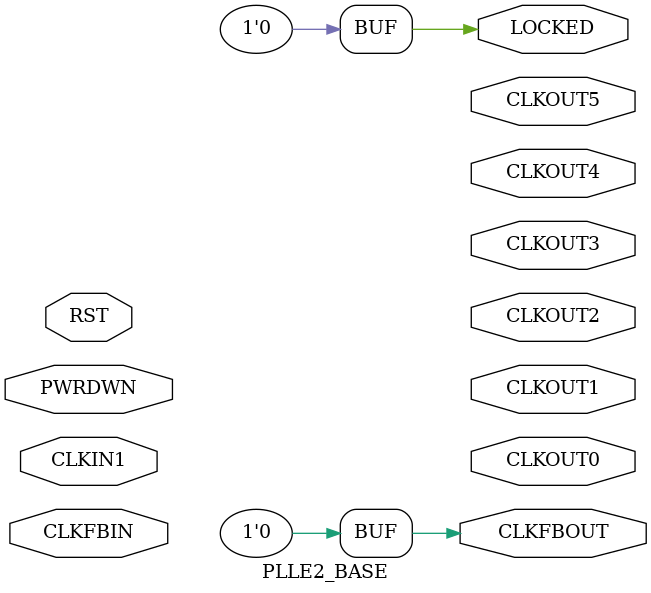
<source format=v>

module PLLE2_BASE (
	input  CLKIN1,
	input  RST,
	input  PWRDWN,
	output CLKOUT0,
	output CLKOUT1,
	output CLKOUT2,
	output CLKOUT3,
	output CLKOUT4,
	output CLKOUT5,
	output LOCKED,
	output CLKFBOUT,
	input  CLKFBIN
);

parameter CLKIN1_PERIOD = 10;
parameter DIVCLK_DIVIDE = 1;
parameter CLKFBOUT_MULT = 5;
parameter CLKFBOUT_PHASE = 0.0;
parameter CLKOUT0_DIVIDE = 1;
parameter CLKOUT0_PHASE = 0.0;
parameter CLKOUT0_DUTY_CYCLE = 0.5;
parameter CLKOUT1_DIVIDE = 1;
parameter CLKOUT1_PHASE = 0.0;
parameter CLKOUT1_DUTY_CYCLE = 0.5;
parameter CLKOUT2_DIVIDE = 1;
parameter CLKOUT2_PHASE = 0.0;
parameter CLKOUT2_DUTY_CYCLE = 0.5;
parameter CLKOUT3_DIVIDE = 1;
parameter CLKOUT3_PHASE = 0.0;
parameter CLKOUT3_DUTY_CYCLE = 0.5;
parameter CLKOUT4_DIVIDE = 1;
parameter CLKOUT4_PHASE = 0.0;
parameter CLKOUT4_DUTY_CYCLE = 0.5;
parameter CLKOUT5_DIVIDE = 1;
parameter CLKOUT5_PHASE = 0.0;
parameter CLKOUT5_DUTY_CYCLE = 0.5;

/* Add dummy values */
assign LOCKED = 1'b0;
assign CLKFBOUT = 1'b0;

// CLKIN1_CLOCK = 1000000000 / CLKIN1_PERIOD
// CLKIN1_PERIOD * CLKFBOUT_MULT

endmodule

</source>
